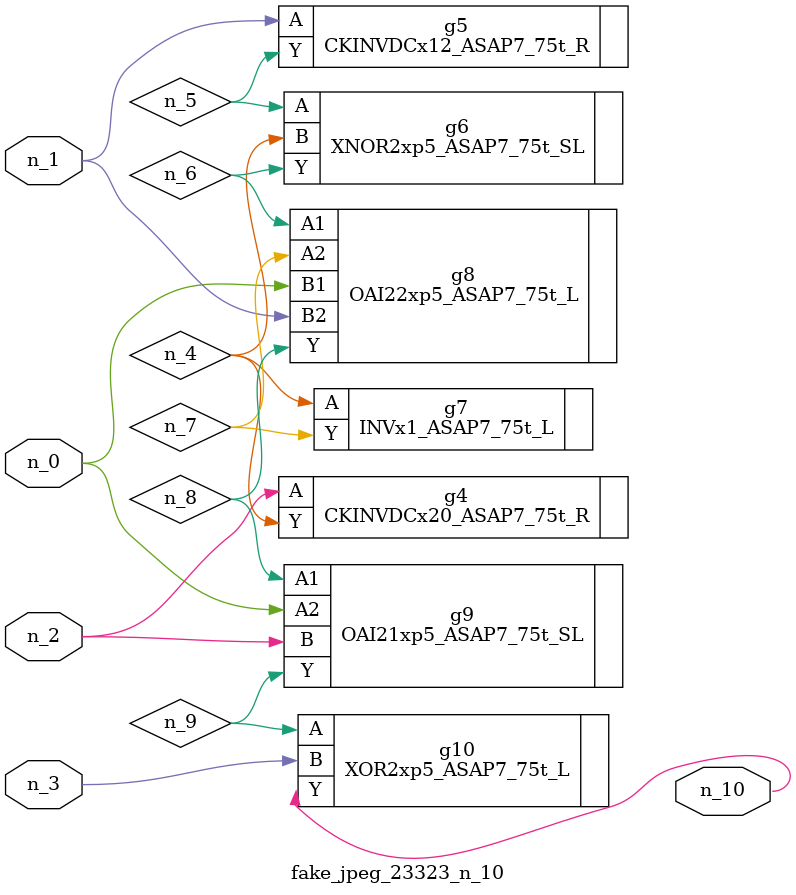
<source format=v>
module fake_jpeg_23323_n_10 (n_0, n_3, n_2, n_1, n_10);

input n_0;
input n_3;
input n_2;
input n_1;

output n_10;

wire n_4;
wire n_8;
wire n_9;
wire n_6;
wire n_5;
wire n_7;

CKINVDCx20_ASAP7_75t_R g4 ( 
.A(n_2),
.Y(n_4)
);

CKINVDCx12_ASAP7_75t_R g5 ( 
.A(n_1),
.Y(n_5)
);

XNOR2xp5_ASAP7_75t_SL g6 ( 
.A(n_5),
.B(n_4),
.Y(n_6)
);

OAI22xp5_ASAP7_75t_L g8 ( 
.A1(n_6),
.A2(n_7),
.B1(n_0),
.B2(n_1),
.Y(n_8)
);

INVx1_ASAP7_75t_L g7 ( 
.A(n_4),
.Y(n_7)
);

OAI21xp5_ASAP7_75t_SL g9 ( 
.A1(n_8),
.A2(n_0),
.B(n_2),
.Y(n_9)
);

XOR2xp5_ASAP7_75t_L g10 ( 
.A(n_9),
.B(n_3),
.Y(n_10)
);


endmodule
</source>
